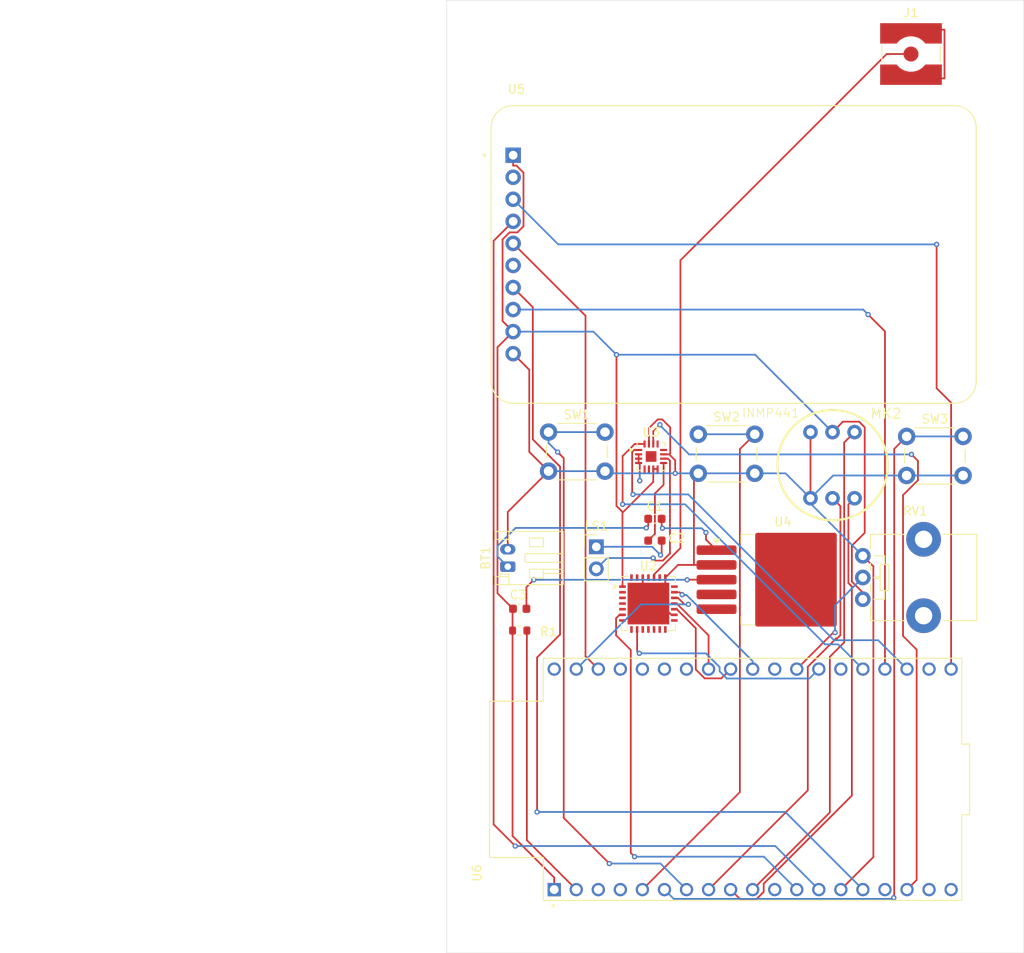
<source format=kicad_pcb>
(kicad_pcb (version 20241229) (generator "pcbnew") (generator_version "9.0")
  (layers (0 "F.Cu" signal) (2 "B.Cu" signal) (13 "F.Paste" user) (15 "B.Paste" user) (5 "F.SilkS" user "F.Silkscreen") (7 "B.SilkS" user "B.Silkscreen") (1 "F.Mask" user) (3 "B.Mask" user) (25 "Edge.Cuts" user))
  (net 0 "")
  (net 1 "GND")
  (net 2 "Net-(BT1-+)")
  (net 3 "Net-(U4-VI)")
  (net 4 "Net-(C2-Pad2)")
  (net 5 "Net-(U3-OUTP)")
  (net 6 "Net-(U4-VO)")
  (net 7 "+3V3")
  (net 8 "Net-(AE1-A)")
  (net 9 "Net-(U3-OUTN)")
  (net 10 "Net-(MK2-SD)")
  (net 11 "Net-(MK2-SCK)")
  (net 12 "Net-(MK2-WS)")
  (net 13 "Net-(U6-EN)")
  (net 14 "Net-(U6-IO16)")
  (net 15 "Net-(U6-IO32)")
  (net 16 "Net-(U6-IO34)")
  (net 17 "Net-(U6-IO35)")
  (net 18 "Net-(U2-MISO)")
  (net 19 "Net-(U2-NSS)")
  (net 20 "Net-(U2-SCK)")
  (net 21 "Net-(U2-~{RESET})")
  (net 22 "Net-(U2-DIO0)")
  (net 23 "Net-(U2-MOSI)")
  (net 24 "Net-(U3-DIN)")
  (net 25 "Net-(U3-BCLK)")
  (net 26 "Net-(U3-LRCLK)")
  (net 27 "Net-(U5-SCK)")
  (net 28 "Net-(U5-MOSI)")
  (net 30 "Net-(U5-TFT_CS)")
  (net 32 "Net-(U5-D{slash}C)")
  (net 33 "Net-(U5-RESET)")
  (net 65 "Net-(J1-In)")
  (footprint "Package_DFN_QFN:TQFN-16-1EP_3x3mm_P0.5mm_EP1.23x1.23mm" (layer "F.Cu") (at 130.31 92.31)
    (property "Reference" "U3" (at 0 -2.8 0) (layer "F.SilkS"))
    (property "Value" "MAX98357A")
    (pad "1" smd roundrect (at -1.4375 -0.75) (size 0.825 0.25) (layers "F.Cu" "F.Mask" "F.Paste") (net 24 "Net-(U3-DIN)"))
    (pad "2" smd roundrect (at -1.4375 -0.25) (size 0.825 0.25) (layers "F.Cu" "F.Mask" "F.Paste") (net 1 "GND"))
    (pad "3" smd roundrect (at -1.4375 0.25) (size 0.825 0.25) (layers "F.Cu" "F.Mask" "F.Paste") (net 1 "GND"))
    (pad "4" smd roundrect (at -1.4375 0.75) (size 0.825 0.25) (layers "F.Cu" "F.Mask" "F.Paste") (net 1 "GND"))
    (pad "5" smd roundrect (at -0.75 1.4375) (size 0.25 0.825) (layers "F.Cu" "F.Mask" "F.Paste"))
    (pad "6" smd roundrect (at -0.25 1.4375) (size 0.25 0.825) (layers "F.Cu" "F.Mask" "F.Paste"))
    (pad "7" smd roundrect (at 0.25 1.4375) (size 0.25 0.825) (layers "F.Cu" "F.Mask" "F.Paste") (net 7 "+3V3"))
    (pad "8" smd roundrect (at 0.75 1.4375) (size 0.25 0.825) (layers "F.Cu" "F.Mask" "F.Paste") (net 7 "+3V3"))
    (pad "9" smd roundrect (at 1.4375 0.75) (size 0.825 0.25) (layers "F.Cu" "F.Mask" "F.Paste") (net 5 "Net-(U3-OUTP)"))
    (pad "10" smd roundrect (at 1.4375 0.25) (size 0.825 0.25) (layers "F.Cu" "F.Mask" "F.Paste") (net 9 "Net-(U3-OUTN)"))
    (pad "11" smd roundrect (at 1.4375 -0.25) (size 0.825 0.25) (layers "F.Cu" "F.Mask" "F.Paste") (net 1 "GND"))
    (pad "12" smd roundrect (at 1.4375 -0.75) (size 0.825 0.25) (layers "F.Cu" "F.Mask" "F.Paste"))
    (pad "13" smd roundrect (at 0.75 -1.4375) (size 0.25 0.825) (layers "F.Cu" "F.Mask" "F.Paste"))
    (pad "14" smd roundrect (at 0.25 -1.4375) (size 0.25 0.825) (layers "F.Cu" "F.Mask" "F.Paste") (net 26 "Net-(U3-LRCLK)"))
    (pad "15" smd roundrect (at -0.25 -1.4375) (size 0.25 0.825) (layers "F.Cu" "F.Mask" "F.Paste") (net 1 "GND"))
    (pad "16" smd roundrect (at -0.75 -1.4375) (size 0.25 0.825) (layers "F.Cu" "F.Mask" "F.Paste") (net 25 "Net-(U3-BCLK)"))
    (pad "17" smd rect (at 0 0) (size 1.23 1.23) (property pad_prop_heatsink) (layers "F.Cu" "F.Mask"))
  )
  (footprint "Capacitor_SMD:C_0603_1608Metric" (layer "F.Cu") (at 115.175 109.85)
    (property "Reference" "C3" (at -0.175 -1.6 0) (layer "F.SilkS"))
    (property "Value" "100 nF")
    (pad "1" smd roundrect (at -0.775 0) (size 0.9 0.95) (layers "F.Cu" "F.Mask" "F.Paste") (net 7 "+3V3"))
    (pad "2" smd roundrect (at 0.775 0) (size 0.9 0.95) (layers "F.Cu" "F.Mask" "F.Paste") (net 6 "Net-(U4-VO)"))
  )
  (footprint "ESP32-DEVKITC:MODULE_ESP32-DEVKITC" (layer "F.Cu") (at 142 129.5 90)
    (property "Reference" "U6" (at -10.795 -31.75 90) (layer "F.SilkS"))
    (property "Value" "ESP32-DEVKITC V4")
    (pad "1" thru_hole rect (at -12.7 -22.85 90) (size 1.53 1.53) (drill 1.02) (layers "*.Cu" "*.Mask") (net 7 "+3V3"))
    (pad "2" thru_hole circle (at -12.7 -20.31 90) (size 1.53 1.53) (drill 1.02) (layers "*.Cu" "*.Mask") (net 13 "Net-(U6-EN)"))
    (pad "3" thru_hole circle (at -12.7 -17.77 90) (size 1.53 1.53) (drill 1.02) (layers "*.Cu" "*.Mask"))
    (pad "4" thru_hole circle (at -12.7 -15.23 90) (size 1.53 1.53) (drill 1.02) (layers "*.Cu" "*.Mask"))
    (pad "5" thru_hole circle (at -12.7 -12.69 90) (size 1.53 1.53) (drill 1.02) (layers "*.Cu" "*.Mask") (net 16 "Net-(U6-IO34)"))
    (pad "6" thru_hole circle (at -12.7 -10.15 90) (size 1.53 1.53) (drill 1.02) (layers "*.Cu" "*.Mask") (net 17 "Net-(U6-IO35)"))
    (pad "7" thru_hole circle (at -12.7 -7.61 90) (size 1.53 1.53) (drill 1.02) (layers "*.Cu" "*.Mask") (net 15 "Net-(U6-IO32)"))
    (pad "8" thru_hole circle (at -12.7 -5.07 90) (size 1.53 1.53) (drill 1.02) (layers "*.Cu" "*.Mask") (net 12 "Net-(MK2-WS)"))
    (pad "9" thru_hole circle (at -12.7 -2.53 90) (size 1.53 1.53) (drill 1.02) (layers "*.Cu" "*.Mask") (net 11 "Net-(MK2-SCK)"))
    (pad "10" thru_hole circle (at -12.7 0.01 90) (size 1.53 1.53) (drill 1.02) (layers "*.Cu" "*.Mask") (net 10 "Net-(MK2-SD)"))
    (pad "11" thru_hole circle (at -12.7 2.55 90) (size 1.53 1.53) (drill 1.02) (layers "*.Cu" "*.Mask"))
    (pad "12" thru_hole circle (at -12.7 5.09 90) (size 1.53 1.53) (drill 1.02) (layers "*.Cu" "*.Mask") (net 21 "Net-(U2-~{RESET})"))
    (pad "13" thru_hole circle (at -12.7 7.63 90) (size 1.53 1.53) (drill 1.02) (layers "*.Cu" "*.Mask") (net 28 "Net-(U5-MOSI)"))
    (pad "14" thru_hole circle (at -12.7 10.17 90) (size 1.53 1.53) (drill 1.02) (layers "*.Cu" "*.Mask") (net 1 "GND"))
    (pad "15" thru_hole circle (at -12.7 12.71 90) (size 1.53 1.53) (drill 1.02) (layers "*.Cu" "*.Mask") (net 32 "Net-(U5-D{slash}C)"))
    (pad "16" thru_hole circle (at -12.7 15.25 90) (size 1.53 1.53) (drill 1.02) (layers "*.Cu" "*.Mask"))
    (pad "17" thru_hole circle (at -12.7 17.79 90) (size 1.53 1.53) (drill 1.02) (layers "*.Cu" "*.Mask") (net 26 "Net-(U3-LRCLK)"))
    (pad "18" thru_hole circle (at -12.7 20.33 90) (size 1.53 1.53) (drill 1.02) (layers "*.Cu" "*.Mask"))
    (pad "19" thru_hole circle (at -12.7 22.87 90) (size 1.53 1.53) (drill 1.02) (layers "*.Cu" "*.Mask"))
    (pad "20" thru_hole circle (at 12.7 22.87 90) (size 1.53 1.53) (drill 1.02) (layers "*.Cu" "*.Mask") (net 27 "Net-(U5-SCK)"))
    (pad "21" thru_hole circle (at 12.7 20.33 90) (size 1.53 1.53) (drill 1.02) (layers "*.Cu" "*.Mask"))
    (pad "22" thru_hole circle (at 12.7 17.79 90) (size 1.53 1.53) (drill 1.02) (layers "*.Cu" "*.Mask") (net 24 "Net-(U3-DIN)"))
    (pad "23" thru_hole circle (at 12.7 15.25 90) (size 1.53 1.53) (drill 1.02) (layers "*.Cu" "*.Mask") (net 33 "Net-(U5-RESET)"))
    (pad "24" thru_hole circle (at 12.7 12.71 90) (size 1.53 1.53) (drill 1.02) (layers "*.Cu" "*.Mask") (net 25 "Net-(U3-BCLK)"))
    (pad "25" thru_hole circle (at 12.7 10.17 90) (size 1.53 1.53) (drill 1.02) (layers "*.Cu" "*.Mask"))
    (pad "26" thru_hole circle (at 12.7 7.63 90) (size 1.53 1.53) (drill 1.02) (layers "*.Cu" "*.Mask") (net 22 "Net-(U2-DIO0)"))
    (pad "27" thru_hole circle (at 12.7 5.09 90) (size 1.53 1.53) (drill 1.02) (layers "*.Cu" "*.Mask") (net 14 "Net-(U6-IO16)"))
    (pad "28" thru_hole circle (at 12.7 2.55 90) (size 1.53 1.53) (drill 1.02) (layers "*.Cu" "*.Mask"))
    (pad "29" thru_hole circle (at 12.7 0.01 90) (size 1.53 1.53) (drill 1.02) (layers "*.Cu" "*.Mask") (net 19 "Net-(U2-NSS)"))
    (pad "30" thru_hole circle (at 12.7 -2.53 90) (size 1.53 1.53) (drill 1.02) (layers "*.Cu" "*.Mask") (net 20 "Net-(U2-SCK)"))
    (pad "31" thru_hole circle (at 12.7 -5.07 90) (size 1.53 1.53) (drill 1.02) (layers "*.Cu" "*.Mask") (net 18 "Net-(U2-MISO)"))
    (pad "32" thru_hole circle (at 12.7 -7.61 90) (size 1.53 1.53) (drill 1.02) (layers "*.Cu" "*.Mask"))
    (pad "33" thru_hole circle (at 12.7 -10.15 90) (size 1.53 1.53) (drill 1.02) (layers "*.Cu" "*.Mask"))
    (pad "34" thru_hole circle (at 12.7 -12.69 90) (size 1.53 1.53) (drill 1.02) (layers "*.Cu" "*.Mask"))
    (pad "35" thru_hole circle (at 12.7 -15.23 90) (size 1.53 1.53) (drill 1.02) (layers "*.Cu" "*.Mask"))
    (pad "36" thru_hole circle (at 12.7 -17.77 90) (size 1.53 1.53) (drill 1.02) (layers "*.Cu" "*.Mask") (net 30 "Net-(U5-TFT_CS)"))
    (pad "37" thru_hole circle (at 12.7 -20.31 90) (size 1.53 1.53) (drill 1.02) (layers "*.Cu" "*.Mask") (net 23 "Net-(U2-MOSI)"))
    (pad "38" thru_hole circle (at 12.7 -22.85 90) (size 1.53 1.53) (drill 1.02) (layers "*.Cu" "*.Mask"))
  )
  (footprint "358:MODULE_358" (layer "F.Cu") (at 139.82 69.035)
    (property "Reference" "U5" (at -25.015 -19.03 0) (layer "F.SilkS"))
    (property "Value" "Industrial Monitor, Color LCD TFT, 1.8 in, 128 x 160, Panel Mount | Adafruit Industries 358")
    (pad "" np_thru_hole circle (at -25.4 -14.605) (size 2.2 2.2) (drill 2.2) (layers "*.Cu" "*.Mask"))
    (pad "" np_thru_hole circle (at -25.4 14.605) (size 2.2 2.2) (drill 2.2) (layers "*.Cu" "*.Mask"))
    (pad "" np_thru_hole circle (at 25.4 -14.605) (size 2.2 2.2) (drill 2.2) (layers "*.Cu" "*.Mask"))
    (pad "" np_thru_hole circle (at 25.4 14.605) (size 2.2 2.2) (drill 2.2) (layers "*.Cu" "*.Mask"))
    (pad "1" thru_hole rect (at -25.4 -11.43) (size 1.778 1.778) (drill 1.016) (layers "*.Cu" "*.Mask") (net 7 "+3V3"))
    (pad "2" thru_hole circle (at -25.4 -8.89) (size 1.778 1.778) (drill 1.016) (layers "*.Cu" "*.Mask"))
    (pad "3" thru_hole circle (at -25.4 -6.35) (size 1.778 1.778) (drill 1.016) (layers "*.Cu" "*.Mask") (net 27 "Net-(U5-SCK)"))
    (pad "4" thru_hole circle (at -25.4 -3.81) (size 1.778 1.778) (drill 1.016) (layers "*.Cu" "*.Mask") (net 28 "Net-(U5-MOSI)"))
    (pad "5" thru_hole circle (at -25.4 -1.27) (size 1.778 1.778) (drill 1.016) (layers "*.Cu" "*.Mask") (net 30 "Net-(U5-TFT_CS)"))
    (pad "6" thru_hole circle (at -25.4 1.27) (size 1.778 1.778) (drill 1.016) (layers "*.Cu" "*.Mask"))
    (pad "7" thru_hole circle (at -25.4 3.81) (size 1.778 1.778) (drill 1.016) (layers "*.Cu" "*.Mask") (net 32 "Net-(U5-D{slash}C)"))
    (pad "8" thru_hole circle (at -25.4 6.35) (size 1.778 1.778) (drill 1.016) (layers "*.Cu" "*.Mask") (net 33 "Net-(U5-RESET)"))
    (pad "9" thru_hole circle (at -25.4 8.89) (size 1.778 1.778) (drill 1.016) (layers "*.Cu" "*.Mask") (net 7 "+3V3"))
    (pad "10" thru_hole circle (at -25.4 11.43) (size 1.778 1.778) (drill 1.016) (layers "*.Cu" "*.Mask") (net 1 "GND"))
  )
  (footprint "Connector_JST:JST_PH_S2B-PH-K_1x02_P2.00mm_Horizontal" (layer "F.Cu") (at 113.8 105 90)
    (property "Reference" "BT1" (at 1 -2.55 90) (layer "F.SilkS"))
    (property "Value" "LiPo 3.7V 2000mAh (Adafruit #2011)")
    (pad "1" thru_hole roundrect (at 0 0 90) (size 1.2 1.75) (drill 0.75) (layers "*.Cu" "*.Mask") (roundrect_rratio 0.208333) (net 2 "Net-(BT1-+)"))
    (pad "2" thru_hole oval (at 2 0 90) (size 1.2 1.75) (drill 0.75) (layers "*.Cu" "*.Mask") (net 1 "GND"))
  )
  (footprint "Button_Switch_THT:SW_PUSH_6mm" (layer "F.Cu") (at 159.75 90)
    (property "Reference" "SW3" (at 3.25 -2 0) (layer "F.SilkS"))
    (property "Value" "SW_Push")
    (pad "1" thru_hole circle (at 0 0 90) (size 2 2) (drill 1.1) (layers "*.Cu" "*.Mask") (net 17 "Net-(U6-IO35)"))
    (pad "1" thru_hole circle (at 6.5 0 90) (size 2 2) (drill 1.1) (layers "*.Cu" "*.Mask") (net 17 "Net-(U6-IO35)"))
    (pad "2" thru_hole circle (at 0 4.5 90) (size 2 2) (drill 1.1) (layers "*.Cu" "*.Mask") (net 1 "GND"))
    (pad "2" thru_hole circle (at 6.5 4.5 90) (size 2 2) (drill 1.1) (layers "*.Cu" "*.Mask") (net 1 "GND"))
  )
  (footprint "Package_DFN_QFN:QFN-28-1EP_6x6mm_P0.65mm_EP4.8x4.8mm" (layer "F.Cu") (at 130 109.25)
    (property "Reference" "U2" (at 0 -4.33 0) (layer "F.SilkS"))
    (property "Value" "SX1272")
    (pad "1" smd roundrect (at -2.9875 -1.95) (size 0.775 0.3) (layers "F.Cu" "F.Mask" "F.Paste") (net 7 "+3V3"))
    (pad "2" smd roundrect (at -2.9875 -1.3) (size 0.775 0.3) (layers "F.Cu" "F.Mask" "F.Paste"))
    (pad "3" smd roundrect (at -2.9875 -0.65) (size 0.775 0.3) (layers "F.Cu" "F.Mask" "F.Paste"))
    (pad "4" smd roundrect (at -2.9875 0) (size 0.775 0.3) (layers "F.Cu" "F.Mask" "F.Paste"))
    (pad "5" smd roundrect (at -2.9875 0.65) (size 0.775 0.3) (layers "F.Cu" "F.Mask" "F.Paste"))
    (pad "6" smd roundrect (at -2.9875 1.3) (size 0.775 0.3) (layers "F.Cu" "F.Mask" "F.Paste") (net 21 "Net-(U2-~{RESET})"))
    (pad "7" smd roundrect (at -2.9875 1.95) (size 0.775 0.3) (layers "F.Cu" "F.Mask" "F.Paste"))
    (pad "8" smd roundrect (at -1.95 2.9875) (size 0.3 0.775) (layers "F.Cu" "F.Mask" "F.Paste"))
    (pad "9" smd roundrect (at -1.3 2.9875) (size 0.3 0.775) (layers "F.Cu" "F.Mask" "F.Paste") (net 22 "Net-(U2-DIO0)"))
    (pad "10" smd roundrect (at -0.65 2.9875) (size 0.3 0.775) (layers "F.Cu" "F.Mask" "F.Paste"))
    (pad "11" smd roundrect (at 0 2.9875) (size 0.3 0.775) (layers "F.Cu" "F.Mask" "F.Paste"))
    (pad "12" smd roundrect (at 0.65 2.9875) (size 0.3 0.775) (layers "F.Cu" "F.Mask" "F.Paste"))
    (pad "13" smd roundrect (at 1.3 2.9875) (size 0.3 0.775) (layers "F.Cu" "F.Mask" "F.Paste"))
    (pad "14" smd roundrect (at 1.95 2.9875) (size 0.3 0.775) (layers "F.Cu" "F.Mask" "F.Paste"))
    (pad "15" smd roundrect (at 2.9875 1.95) (size 0.775 0.3) (layers "F.Cu" "F.Mask" "F.Paste"))
    (pad "16" smd roundrect (at 2.9875 1.3) (size 0.775 0.3) (layers "F.Cu" "F.Mask" "F.Paste") (net 1 "GND"))
    (pad "17" smd roundrect (at 2.9875 0.65) (size 0.775 0.3) (layers "F.Cu" "F.Mask" "F.Paste") (net 20 "Net-(U2-SCK)"))
    (pad "18" smd roundrect (at 2.9875 0) (size 0.775 0.3) (layers "F.Cu" "F.Mask" "F.Paste") (net 18 "Net-(U2-MISO)"))
    (pad "19" smd roundrect (at 2.9875 -0.65) (size 0.775 0.3) (layers "F.Cu" "F.Mask" "F.Paste") (net 23 "Net-(U2-MOSI)"))
    (pad "20" smd roundrect (at 2.9875 -1.3) (size 0.775 0.3) (layers "F.Cu" "F.Mask" "F.Paste") (net 19 "Net-(U2-NSS)"))
    (pad "21" smd roundrect (at 2.9875 -1.95) (size 0.775 0.3) (layers "F.Cu" "F.Mask" "F.Paste"))
    (pad "22" smd roundrect (at 1.95 -2.9875) (size 0.3 0.775) (layers "F.Cu" "F.Mask" "F.Paste") (net 1 "GND"))
    (pad "23" smd roundrect (at 1.3 -2.9875) (size 0.3 0.775) (layers "F.Cu" "F.Mask" "F.Paste"))
    (pad "24" smd roundrect (at 0.65 -2.9875) (size 0.3 0.775) (layers "F.Cu" "F.Mask" "F.Paste") (net 65 "Net-(J1-In)"))
    (pad "25" smd roundrect (at 0 -2.9875) (size 0.3 0.775) (layers "F.Cu" "F.Mask" "F.Paste"))
    (pad "26" smd roundrect (at -0.65 -2.9875) (size 0.3 0.775) (layers "F.Cu" "F.Mask" "F.Paste") (net 1 "GND"))
    (pad "27" smd roundrect (at -1.3 -2.9875) (size 0.3 0.775) (layers "F.Cu" "F.Mask" "F.Paste"))
    (pad "28" smd roundrect (at -1.95 -2.9875) (size 0.3 0.775) (layers "F.Cu" "F.Mask" "F.Paste"))
    (pad "29" smd rect (at 0 0) (size 4.8 4.8) (property pad_prop_heatsink) (layers "F.Cu" "F.Mask") (net 1 "GND"))
  )
  (footprint "PCM_Potentiometer_THT_AKL:Potentiometer_Bourns_PTV09A-1_Single_Vertical" (layer "F.Cu") (at 154.7 108.75)
    (property "Reference" "RV1" (at 6.05 -10.15 0) (layer "F.SilkS"))
    (property "Value" "R_Potentiometer" (hide yes))
    (pad "" np_thru_hole circle (at 7 -6.9) (size 4 4) (drill 2) (layers "*.Cu" "*.Mask"))
    (pad "" np_thru_hole circle (at 7 1.9) (size 4 4) (drill 2) (layers "*.Cu" "*.Mask"))
    (pad "1" thru_hole circle (at 0 0) (size 1.8 1.8) (drill 1) (layers "*.Cu" "*.Mask") (net 7 "+3V3"))
    (pad "2" thru_hole circle (at 0 -2.5) (size 1.8 1.8) (drill 1) (layers "*.Cu" "*.Mask") (net 14 "Net-(U6-IO16)"))
    (pad "3" thru_hole circle (at 0 -5) (size 1.8 1.8) (drill 1) (layers "*.Cu" "*.Mask") (net 1 "GND"))
  )
  (footprint "Capacitor_SMD:C_0603_1608Metric" (layer "F.Cu") (at 130.75 99.49)
    (property "Reference" "C1" (at 0 -1.43 0) (layer "F.SilkS"))
    (property "Value" "10 µF")
    (pad "1" smd roundrect (at -0.775 0) (size 0.9 0.95) (layers "F.Cu" "F.Mask" "F.Paste") (net 2 "Net-(BT1-+)"))
    (pad "2" smd roundrect (at 0.775 0) (size 0.9 0.95) (layers "F.Cu" "F.Mask" "F.Paste") (net 3 "Net-(U4-VI)"))
  )
  (footprint "Capacitor_SMD:C_0603_1608Metric" (layer "F.Cu") (at 130.75 102)
    (property "Reference" "C2" (at 2.5 -0.25 0) (layer "F.SilkS"))
    (property "Value" "100 nF")
    (pad "1" smd roundrect (at -0.775 0) (size 0.9 0.95) (layers "F.Cu" "F.Mask" "F.Paste") (net 5 "Net-(U3-OUTP)"))
    (pad "2" smd roundrect (at 0.775 0) (size 0.9 0.95) (layers "F.Cu" "F.Mask" "F.Paste") (net 4 "Net-(C2-Pad2)"))
  )
  (footprint "Resistor_SMD:R_0603_1608Metric" (layer "F.Cu") (at 115.175 112.36)
    (property "Reference" "R1" (at 3.325 0.14 0) (layer "F.SilkS"))
    (property "Value" "10 kΩ")
    (pad "1" smd roundrect (at -0.825 0) (size 0.8 0.95) (layers "F.Cu" "F.Mask" "F.Paste") (net 7 "+3V3"))
    (pad "2" smd roundrect (at 0.825 0) (size 0.8 0.95) (layers "F.Cu" "F.Mask" "F.Paste") (net 13 "Net-(U6-EN)"))
  )
  (footprint "Connector_Coaxial:SMA_Amphenol_132134-10_Vertical" (layer "F.Cu") (at 160.25 45.95)
    (property "Reference" "J1" (at 0 -4.75 0) (layer "F.SilkS"))
    (property "Value" "Conn_Coaxial")
    (pad "1" smd circle (at 0 0 90) (size 1.73 1.73) (layers "F.Cu" "F.Mask" "F.Paste") (net 65 "Net-(J1-In)"))
    (pad "2" smd custom (at 0 -2.8 180) (size 7.11 1.51) (layers "F.Cu" "F.Mask" "F.Paste") (net 8 "Net-(AE1-A)") (options (clearance outline) (anchor rect)) (primitives (gr_poly (pts (xy -1.5 -1.42) (xy -1.36 -1.28) (xy -1.205 -1.155) (xy -1.035 -1.045) (xy -0.86 -0.95) (xy -0.675 -0.875) (xy -0.48 -0.82) (xy -0.28 -0.78) (xy -0.085 -0.765) (xy 0 -0.765) (xy 0 0.755) (xy -3.555 0.755) (xy -3.555 -1.595) (xy -1.645 -1.595)) (width 0) (fill yes)) (gr_poly (pts (xy 3.555 0.755) (xy 0 0.755) (xy 0 -0.765) (xy 0.085 -0.765) (xy 0.28 -0.78) (xy 0.48 -0.82) (xy 0.675 -0.875) (xy 0.86 -0.95) (xy 1.035 -1.045) (xy 1.205 -1.155) (xy 1.36 -1.28) (xy 1.5 -1.42) (xy 1.645 -1.595) (xy 3.555 -1.595)) (width 0) (fill yes))))
    (pad "2" smd custom (at 0 2.8) (size 7.11 1.51) (layers "F.Cu" "F.Mask" "F.Paste") (net 8 "Net-(AE1-A)") (options (clearance outline) (anchor rect)) (primitives (gr_poly (pts (xy -1.5 -1.42) (xy -1.36 -1.28) (xy -1.205 -1.155) (xy -1.035 -1.045) (xy -0.86 -0.95) (xy -0.675 -0.875) (xy -0.48 -0.82) (xy -0.28 -0.78) (xy -0.085 -0.765) (xy 0 -0.765) (xy 0 0.755) (xy -3.555 0.755) (xy -3.555 -1.595) (xy -1.645 -1.595)) (width 0) (fill yes)) (gr_poly (pts (xy 3.555 0.755) (xy 0 0.755) (xy 0 -0.765) (xy 0.085 -0.765) (xy 0.28 -0.78) (xy 0.48 -0.82) (xy 0.675 -0.875) (xy 0.86 -0.95) (xy 1.035 -1.045) (xy 1.205 -1.155) (xy 1.36 -1.28) (xy 1.5 -1.42) (xy 1.645 -1.595) (xy 3.555 -1.595)) (width 0) (fill yes))))
  )
  (footprint "Connector_PinHeader_2.54mm:PinHeader_1x02_P2.54mm_Vertical" (layer "F.Cu") (at 124 102.71)
    (property "Reference" "LS1" (at 0 -2.38 0) (layer "F.SilkS"))
    (property "Value" "8Ω 0.5W speaker")
    (pad "1" thru_hole rect (at 0 0) (size 1.7 1.7) (drill 1) (layers "*.Cu" "*.Mask") (net 4 "Net-(C2-Pad2)"))
    (pad "2" thru_hole circle (at 0 2.54) (size 1.7 1.7) (drill 1) (layers "*.Cu" "*.Mask") (net 9 "Net-(U3-OUTN)"))
  )
  (footprint "Package_TO_SOT_SMD:TO-263-5_TabPin6" (layer "F.Cu") (at 145.5 106.5)
    (property "Reference" "U4" (at 0 -6.65 0) (layer "F.SilkS"))
    (property "Value" "MCP1826S")
    (pad "1" smd roundrect (at -7.65 -3.4) (size 4.6 1.1) (layers "F.Cu" "F.Mask" "F.Paste") (roundrect_rratio 0.227273) (net 3 "Net-(U4-VI)"))
    (pad "2" smd roundrect (at -7.65 -1.7) (size 4.6 1.1) (layers "F.Cu" "F.Mask" "F.Paste") (roundrect_rratio 0.227273) (net 1 "GND"))
    (pad "3" smd roundrect (at -7.65 0) (size 4.6 1.1) (layers "F.Cu" "F.Mask" "F.Paste") (roundrect_rratio 0.227273) (net 6 "Net-(U4-VO)"))
    (pad "4" smd roundrect (at -7.65 1.7) (size 4.6 1.1) (layers "F.Cu" "F.Mask" "F.Paste") (roundrect_rratio 0.227273))
    (pad "5" smd roundrect (at -7.65 3.4) (size 4.6 1.1) (layers "F.Cu" "F.Mask" "F.Paste") (roundrect_rratio 0.227273))
    (pad "6" smd roundrect (at 1.5 0) (size 9.4 10.8) (layers "F.Cu" "F.Mask") (roundrect_rratio 0.026596))
  )
  (footprint "Button_Switch_THT:SW_PUSH_6mm" (layer "F.Cu") (at 118.5 89.5)
    (property "Reference" "SW1" (at 3.25 -2 0) (layer "F.SilkS"))
    (property "Value" "SW_Push")
    (pad "1" thru_hole circle (at 0 0 90) (size 2 2) (drill 1.1) (layers "*.Cu" "*.Mask") (net 15 "Net-(U6-IO32)"))
    (pad "1" thru_hole circle (at 6.5 0 90) (size 2 2) (drill 1.1) (layers "*.Cu" "*.Mask") (net 15 "Net-(U6-IO32)"))
    (pad "2" thru_hole circle (at 0 4.5 90) (size 2 2) (drill 1.1) (layers "*.Cu" "*.Mask") (net 1 "GND"))
    (pad "2" thru_hole circle (at 6.5 4.5 90) (size 2 2) (drill 1.1) (layers "*.Cu" "*.Mask") (net 1 "GND"))
  )
  (footprint "Library:INMP441" (layer "F.Cu") (at 151.21 93.31)
    (property "Reference" "MK2" (at 4.29 -5.94 0) (layer "F.SilkS") (effects (font (size 1.143 1.143) (thickness 0.152)) (justify left)))
    (property "Value" "INMP441" (at -10.5 -6 180) (layer "F.SilkS") (effects (font (size 1.016 1.016) (thickness 0.102)) (justify left)))
    (pad "1" thru_hole circle (at -2.54 3.81) (size 1.676 1.676) (drill 0.914) (layers "*.Cu" "*.Paste" "*.Mask") (net 1 "GND"))
    (pad "2" thru_hole circle (at 0 3.81) (size 1.676 1.676) (drill 0.914) (layers "*.Cu" "*.Paste" "*.Mask") (net 12 "Net-(MK2-WS)"))
    (pad "3" thru_hole circle (at 2.54 3.81) (size 1.676 1.676) (drill 0.914) (layers "*.Cu" "*.Paste" "*.Mask") (net 11 "Net-(MK2-SCK)"))
    (pad "4" thru_hole circle (at -2.54 -3.81) (size 1.676 1.676) (drill 0.914) (layers "*.Cu" "*.Paste" "*.Mask") (net 1 "GND"))
    (pad "5" thru_hole circle (at 0 -3.81) (size 1.676 1.676) (drill 0.914) (layers "*.Cu" "*.Paste" "*.Mask") (net 7 "+3V3"))
    (pad "6" thru_hole circle (at 2.54 -3.81) (size 1.676 1.676) (drill 0.914) (layers "*.Cu" "*.Paste" "*.Mask") (net 10 "Net-(MK2-SD)"))
  )
  (footprint "Button_Switch_THT:SW_PUSH_6mm" (layer "F.Cu") (at 135.75 89.75)
    (property "Reference" "SW2" (at 3.25 -2 0) (layer "F.SilkS"))
    (property "Value" "SW_Push")
    (pad "1" thru_hole circle (at 0 0 90) (size 2 2) (drill 1.1) (layers "*.Cu" "*.Mask") (net 16 "Net-(U6-IO34)"))
    (pad "1" thru_hole circle (at 6.5 0 90) (size 2 2) (drill 1.1) (layers "*.Cu" "*.Mask") (net 16 "Net-(U6-IO34)"))
    (pad "2" thru_hole circle (at 0 4.5 90) (size 2 2) (drill 1.1) (layers "*.Cu" "*.Mask") (net 1 "GND"))
    (pad "2" thru_hole circle (at 6.5 4.5 90) (size 2 2) (drill 1.1) (layers "*.Cu" "*.Mask") (net 1 "GND"))
  )
  (gr_rect (start 106.75 39.75) (end 173.25 149.5) (stroke (width 0.05)) (fill no) (layer "Edge.Cuts"))
  (segment (start 132.8533 110.55) (end 132.644 110.55) (width 0.2) (layer "F.Cu") (net 1))
  (segment (start 132.988 110.55) (end 132.9875 110.55) (width 0.2) (layer "F.Cu") (net 1))
  (segment (start 132.514 88.959) (end 132.514 91.9388) (width 0.2) (layer "F.Cu") (net 1))
  (segment (start 131.7475 92.06) (end 131.748 92.06) (width 0.2) (layer "F.Cu") (net 1))
  (segment (start 128.872 93.0346) (end 128.872 93.06) (width 0.2) (layer "F.Cu") (net 1))
  (segment (start 155.916 138.454) (end 155.916 104.966) (width 0.2) (layer "F.Cu") (net 1))
  (segment (start 135.245 94.7551) (end 135.75 94.25) (width 0.2) (layer "F.Cu") (net 1))
  (segment (start 128.8725 93.06) (end 128.8725 93.0351) (width 0.2) (layer "F.Cu") (net 1))
  (segment (start 135.245 104.8) (end 135.245 94.7551) (width 0.2) (layer "F.Cu") (net 1))
  (segment (start 135.245 104.8) (end 133.412 104.8) (width 0.2) (layer "F.Cu") (net 1))
  (segment (start 133.088 92.7545) (end 132.393 92.06) (width 0.2) (layer "F.Cu") (net 1))
  (segment (start 128.872 92.06) (end 128.872 92.56) (width 0.2) (layer "F.Cu") (net 1))
  (segment (start 128.8725 92.06) (end 128.872 92.06) (width 0.2) (layer "F.Cu") (net 1))
  (segment (start 128.8725 93.0351) (end 128.872 93.0346) (width 0.2) (layer "F.Cu") (net 1))
  (segment (start 130.06 90.8725) (end 130.06 89.0504) (width 0.2) (layer "F.Cu") (net 1))
  (segment (start 132.393 92.06) (end 131.748 92.06) (width 0.2) (layer "F.Cu") (net 1))
  (segment (start 152.17 142.2) (end 155.916 138.454) (width 0.2) (layer "F.Cu") (net 1))
  (segment (start 155.916 104.966) (end 154.7 103.75) (width 0.2) (layer "F.Cu") (net 1))
  (segment (start 130 109.25) (end 129.35 108.6) (width 0.2) (layer "F.Cu") (net 1))
  (segment (start 116.277 91.7768) (end 118.5 94) (width 0.2) (layer "F.Cu") (net 1))
  (segment (start 132.514 91.9388) (end 132.393 92.06) (width 0.2) (layer "F.Cu") (net 1))
  (segment (start 131.069 88.0417) (end 131.597 88.0417) (width 0.2) (layer "F.Cu") (net 1))
  (segment (start 114.42 80.465) (end 116.277 82.3218) (width 0.2) (layer "F.Cu") (net 1))
  (segment (start 148.67 97.12) (end 148.67 89.5) (width 0.2) (layer "F.Cu") (net 1))
  (segment (start 131.95 109.25) (end 131.95 106.262) (width 0.2) (layer "F.Cu") (net 1))
  (segment (start 113.8 98.7) (end 118.5 94) (width 0.2) (layer "F.Cu") (net 1))
  (segment (start 132.644 110.55) (end 131.95 109.856) (width 0.2) (layer "F.Cu") (net 1))
  (segment (start 113.8 103) (end 113.8 98.7) (width 0.2) (layer "F.Cu") (net 1))
  (segment (start 130 109.25) (end 131.95 109.25) (width 0.2) (layer "F.Cu") (net 1))
  (segment (start 133.088 94.25) (end 133.088 92.7545) (width 0.2) (layer "F.Cu") (net 1))
  (segment (start 131.95 109.856) (end 131.95 109.25) (width 0.2) (layer "F.Cu") (net 1))
  (segment (start 129.002 93.1893) (end 128.872 93.06) (width 0.2) (layer "F.Cu") (net 1))
  (segment (start 133.412 104.8) (end 131.95 106.262) (width 0.2) (layer "F.Cu") (net 1))
  (segment (start 116.277 82.3218) (end 116.277 91.7768) (width 0.2) (layer "F.Cu") (net 1))
  (segment (start 129.002 95.0968) (end 129.002 93.1893) (width 0.2) (layer "F.Cu") (net 1))
  (segment (start 129.35 108.6) (end 129.35 106.262) (width 0.2) (layer "F.Cu") (net 1))
  (segment (start 128.872 92.56) (end 128.872 93.0346) (width 0.2) (layer "F.Cu") (net 1))
  (segment (start 131.597 88.0417) (end 132.514 88.959) (width 0.2) (layer "F.Cu") (net 1))
  (segment (start 132.9875 110.55) (end 132.8533 110.55) (width 0.2) (layer "F.Cu") (net 1))
  (segment (start 130.06 89.0504) (end 131.069 88.0417) (width 0.2) (layer "F.Cu") (net 1))
  (segment (start 128.8725 92.56) (end 128.872 92.56) (width 0.2) (layer "F.Cu") (net 1))
  (segment (start 137.85 104.8) (end 135.245 104.8) (width 0.2) (layer "F.Cu") (net 1))
  (via (at 133.088 94.25) (size 0.6) (drill 0.3) (layers "F.Cu" "B.Cu") (net 1))
  (via (at 129.002 95.0968) (size 0.6) (drill 0.3) (layers "F.Cu" "B.Cu") (net 1))
  (segment (start 142.25 94.25) (end 145.8 94.25) (width 0.2) (layer "B.Cu") (net 1))
  (segment (start 133.088 94.25) (end 129.002 94.25) (width 0.2) (layer "B.Cu") (net 1))
  (segment (start 129.002 94.25) (end 129.002 95.0968) (width 0.2) (layer "B.Cu") (net 1))
  (segment (start 166.25 94.5) (end 159.75 94.5) (width 0.2) (layer "B.Cu") (net 1))
  (segment (start 148.67 97.72) (end 148.67 97.12) (width 0.2) (layer "B.Cu") (net 1))
  (segment (start 151.29 94.5) (end 159.75 94.5) (width 0.2) (layer "B.Cu") (net 1))
  (segment (start 145.8 94.25) (end 148.67 97.12) (width 0.2) (layer "B.Cu") (net 1))
  (segment (start 125 94) (end 118.5 94) (width 0.2) (layer "B.Cu") (net 1))
  (segment (start 129.002 94.25) (end 125.25 94.25) (width 0.2) (layer "B.Cu") (net 1))
  (segment (start 154.7 103.75) (end 148.67 97.72) (width 0.2) (layer "B.Cu") (net 1))
  (segment (start 142.25 94.25) (end 133.088 94.25) (width 0.2) (layer "B.Cu") (net 1))
  (segment (start 125.25 94.25) (end 125 94) (width 0.2) (layer "B.Cu") (net 1))
  (segment (start 148.67 97.12) (end 151.29 94.5) (width 0.2) (layer "B.Cu") (net 1))
  (segment (start 129.975 100.319) (end 129.975 99.49) (width 0.2) (layer "F.Cu") (net 2))
  (segment (start 129.753 100.541) (end 129.975 100.319) (width 0.2) (layer "F.Cu") (net 2))
  (via (at 129.753 100.541) (size 0.6) (drill 0.3) (layers "F.Cu" "B.Cu") (net 2))
  (segment (start 112.62 103.82) (end 112.62 102.622) (width 0.2) (layer "B.Cu") (net 2))
  (segment (start 114.701 100.541) (end 129.753 100.541) (width 0.2) (layer "B.Cu") (net 2))
  (segment (start 112.62 102.622) (end 114.701 100.541) (width 0.2) (layer "B.Cu") (net 2))
  (segment (start 113.8 105) (end 112.62 103.82) (width 0.2) (layer "B.Cu") (net 2))
  (segment (start 131.525 100.482) (end 131.525 99.49) (width 0.2) (layer "F.Cu") (net 3))
  (segment (start 131.617 100.575) (end 131.525 100.482) (width 0.2) (layer "F.Cu") (net 3))
  (segment (start 136.631 101.881) (end 136.631 101.072) (width 0.2) (layer "F.Cu") (net 3))
  (segment (start 137.85 103.1) (end 136.631 101.881) (width 0.2) (layer "F.Cu") (net 3))
  (via (at 131.617 100.575) (size 0.6) (drill 0.3) (layers "F.Cu" "B.Cu") (net 3))
  (via (at 136.631 101.072) (size 0.6) (drill 0.3) (layers "F.Cu" "B.Cu") (net 3))
  (segment (start 136.134 100.575) (end 131.617 100.575) (width 0.2) (layer "B.Cu") (net 3))
  (segment (start 136.631 101.072) (end 136.134 100.575) (width 0.2) (layer "B.Cu") (net 3))
  (segment (start 131.395 103.665) (end 131.525 103.535) (width 0.2) (layer "F.Cu") (net 4))
  (segment (start 131.525 103.535) (end 131.525 102) (width 0.2) (layer "F.Cu") (net 4))
  (via (at 131.395 103.665) (size 0.6) (drill 0.3) (layers "F.Cu" "B.Cu") (net 4))
  (segment (start 130.441 102.71) (end 131.395 103.665) (width 0.2) (layer "B.Cu") (net 4))
  (segment (start 124 102.71) (end 130.441 102.71) (width 0.2) (layer "B.Cu") (net 4))
  (segment (start 131.748 95.5739) (end 131.748 93.06) (width 0.2) (layer "F.Cu") (net 5))
  (segment (start 130.75 96.5714) (end 131.748 95.5739) (width 0.2) (layer "F.Cu") (net 5))
  (segment (start 131.7475 93.06) (end 131.748 93.06) (width 0.2) (layer "F.Cu") (net 5))
  (segment (start 129.975 102) (end 130.75 101.225) (width 0.2) (layer "F.Cu") (net 5))
  (segment (start 130.75 101.225) (end 130.75 96.5714) (width 0.2) (layer "F.Cu") (net 5))
  (segment (start 137.85 106.5) (end 134.472 106.5) (width 0.2) (layer "F.Cu") (net 6))
  (segment (start 116.8 106.51) (end 115.95 107.36) (width 0.2) (layer "F.Cu") (net 6))
  (segment (start 134.472 106.5) (end 134.462 106.51) (width 0.2) (layer "F.Cu") (net 6))
  (segment (start 115.95 107.36) (end 115.95 109.85) (width 0.2) (layer "F.Cu") (net 6))
  (via (at 134.462 106.51) (size 0.6) (drill 0.3) (layers "F.Cu" "B.Cu") (net 6))
  (via (at 116.8 106.51) (size 0.6) (drill 0.3) (layers "F.Cu" "B.Cu") (net 6))
  (segment (start 134.462 106.51) (end 116.8 106.51) (width 0.2) (layer "B.Cu") (net 6))
  (segment (start 154.916 101.107) (end 153.44 102.583) (width 0.2) (layer "F.Cu") (net 7))
  (segment (start 113.2 67.3006) (end 114.006 66.495) (width 0.2) (layer "F.Cu") (net 7))
  (segment (start 126.321 80.5856) (end 126.321 98.0022) (width 0.2) (layer "F.Cu") (net 7))
  (segment (start 114.908 66.495) (end 115.611 65.7921) (width 0.2) (layer "F.Cu") (net 7))
  (segment (start 114.006 66.495) (end 114.908 66.495) (width 0.2) (layer "F.Cu") (net 7))
  (segment (start 119.15 142.2) (end 119.15 141.133) (width 0.2) (layer "F.Cu") (net 7))
  (segment (start 127.012 98.7845) (end 127.012 106.9549) (width 0.2) (layer "F.Cu") (net 7))
  (segment (start 114.792 58.7957) (end 114.42 58.7957) (width 0.2) (layer "F.Cu") (net 7))
  (segment (start 153.44 102.583) (end 153.44 106.727) (width 0.2) (layer "F.Cu") (net 7))
  (segment (start 114.35 109.9) (end 114.4 109.85) (width 0.2) (layer "F.Cu") (net 7))
  (segment (start 151.21 89.5) (end 152.411 88.2993) (width 0.2) (layer "F.Cu") (net 7))
  (segment (start 154.27 88.2993) (end 154.916 88.9449) (width 0.2) (layer "F.Cu") (net 7))
  (segment (start 114.35 136.018) (end 114.35 112.36) (width 0.2) (layer "F.Cu") (net 7))
  (segment (start 112.617 79.7278) (end 114.42 77.925) (width 0.2) (layer "F.Cu") (net 7))
  (segment (start 126.321 98.0022) (end 127.058 98.7393) (width 0.2) (layer "F.Cu") (net 7))
  (segment (start 130.56 93.7475) (end 130.56 95.237) (width 0.2) (layer "F.Cu") (net 7))
  (segment (start 114.4 109.85) (end 112.617 108.067) (width 0.2) (layer "F.Cu") (net 7))
  (segment (start 113.2 76.7055) (end 113.2 67.3006) (width 0.2) (layer "F.Cu") (net 7))
  (segment (start 119.15 141.133) (end 119.15 140.818) (width 0.2) (layer "F.Cu") (net 7))
  (segment (start 119.15 140.818) (end 114.35 136.018) (width 0.2) (layer "F.Cu") (net 7))
  (segment (start 115.611 59.6142) (end 114.792 58.7957) (width 0.2) (layer "F.Cu") (net 7))
  (segment (start 154.916 88.9449) (end 154.916 101.107) (width 0.2) (layer "F.Cu") (net 7))
  (segment (start 114.42 57.605) (end 114.42 58.7957) (width 0.2) (layer "F.Cu") (net 7))
  (segment (start 114.35 112.36) (end 114.35 109.9) (width 0.2) (layer "F.Cu") (net 7))
  (segment (start 112.617 108.067) (end 112.617 79.7278) (width 0.2) (layer "F.Cu") (net 7))
  (segment (start 154.7 107.987) (end 154.7 108.75) (width 0.2) (layer "F.Cu") (net 7))
  (segment (start 127.0125 106.9554) (end 127.012 106.9549) (width 0.2) (layer "F.Cu") (net 7))
  (segment (start 115.611 65.7921) (end 115.611 59.6142) (width 0.2) (layer "F.Cu") (net 7))
  (segment (start 127.0125 107.3) (end 127.0125 106.9554) (width 0.2) (layer "F.Cu") (net 7))
  (segment (start 152.411 88.2993) (end 154.27 88.2993) (width 0.2) (layer "F.Cu") (net 7))
  (segment (start 130.56 95.237) (end 127.058 98.7393) (width 0.2) (layer "F.Cu") (net 7))
  (segment (start 131.06 93.7475) (end 130.56 93.7475) (width 0.2) (layer "F.Cu") (net 7))
  (segment (start 127.012 106.9549) (end 127.012 107.3) (width 0.2) (layer "F.Cu") (net 7))
  (segment (start 127.058 98.7393) (end 127.012 98.7845) (width 0.2) (layer "F.Cu") (net 7))
  (segment (start 114.42 77.925) (end 113.2 76.7055) (width 0.2) (layer "F.Cu") (net 7))
  (segment (start 153.44 106.727) (end 154.7 107.987) (width 0.2) (layer "F.Cu") (net 7))
  (via (at 126.321 80.5856) (size 0.6) (drill 0.3) (layers "F.Cu" "B.Cu") (net 7))
  (segment (start 123.66 77.925) (end 114.42 77.925) (width 0.2) (layer "B.Cu") (net 7))
  (segment (start 142.296 80.5856) (end 126.321 80.5856) (width 0.2) (layer "B.Cu") (net 7))
  (segment (start 151.21 89.5) (end 142.296 80.5856) (width 0.2) (layer "B.Cu") (net 7))
  (segment (start 126.321 80.5856) (end 123.66 77.925) (width 0.2) (layer "B.Cu") (net 7))
  (segment (start 164.107 43.15) (end 164.107 48.75) (width 0.2) (layer "F.Cu") (net 8))
  (segment (start 160.25 43.15) (end 164.107 43.15) (width 0.2) (layer "F.Cu") (net 8))
  (segment (start 160.25 48.75) (end 164.107 48.75) (width 0.2) (layer "F.Cu") (net 8))
  (segment (start 131.655 104.303) (end 130.847 104.303) (width 0.2) (layer "F.Cu") (net 9))
  (segment (start 132.484 92.7988) (end 132.484 103.474) (width 0.2) (layer "F.Cu") (net 9))
  (segment (start 130.847 104.303) (end 130.549 104.006) (width 0.2) (layer "F.Cu") (net 9))
  (segment (start 132.484 103.474) (end 131.655 104.303) (width 0.2) (layer "F.Cu") (net 9))
  (segment (start 132.246 92.56) (end 132.484 92.7988) (width 0.2) (layer "F.Cu") (net 9))
  (segment (start 131.748 92.56) (end 132.0987 92.56) (width 0.2) (layer "F.Cu") (net 9))
  (segment (start 132.0987 92.56) (end 132.246 92.56) (width 0.2) (layer "F.Cu") (net 9))
  (segment (start 131.7475 92.56) (end 132.0987 92.56) (width 0.2) (layer "F.Cu") (net 9))
  (via (at 130.549 104.006) (size 0.6) (drill 0.3) (layers "F.Cu" "B.Cu") (net 9))
  (segment (start 130.549 104.006) (end 125.244 104.006) (width 0.2) (layer "B.Cu") (net 9))
  (segment (start 125.244 104.006) (end 124 105.25) (width 0.2) (layer "B.Cu") (net 9))
  (segment (start 152.552 90.698) (end 153.75 89.5) (width 0.2) (layer "F.Cu") (net 10))
  (segment (start 150.9 115.377) (end 152.552 113.725) (width 0.2) (layer "F.Cu") (net 10))
  (segment (start 150.9 133.31) (end 150.9 115.377) (width 0.2) (layer "F.Cu") (net 10))
  (segment (start 142.01 142.2) (end 150.9 133.31) (width 0.2) (layer "F.Cu") (net 10))
  (segment (start 152.552 113.725) (end 152.552 90.698) (width 0.2) (layer "F.Cu") (net 10))
  (segment (start 153.038 97.8317) (end 153.038 106.893) (width 0.2) (layer "F.Cu") (net 11))
  (segment (start 143.28 142.466) (end 142.454 143.291) (width 0.2) (layer "F.Cu") (net 11))
  (segment (start 143.28 141.53) (end 143.28 142.466) (width 0.2) (layer "F.Cu") (net 11))
  (segment (start 153.438 107.294) (end 153.438 131.371) (width 0.2) (layer "F.Cu") (net 11))
  (segment (start 153.038 106.893) (end 153.274 107.129) (width 0.2) (layer "F.Cu") (net 11))
  (segment (start 142.454 143.291) (end 140.561 143.291) (width 0.2) (layer "F.Cu") (net 11))
  (segment (start 140.561 143.291) (end 139.47 142.2) (width 0.2) (layer "F.Cu") (net 11))
  (segment (start 153.75 97.12) (end 153.038 97.8317) (width 0.2) (layer "F.Cu") (net 11))
  (segment (start 153.438 131.371) (end 143.28 141.53) (width 0.2) (layer "F.Cu") (net 11))
  (segment (start 153.274 107.129) (end 153.438 107.294) (width 0.2) (layer "F.Cu") (net 11))
  (segment (start 153.274 107.129) (end 153.438 107.294) (width 0.2) (layer "F.Cu") (net 11))
  (segment (start 152.117 98.0271) (end 151.21 97.12) (width 0.2) (layer "F.Cu") (net 12))
  (segment (start 152.117 112.897) (end 152.117 98.0271) (width 0.2) (layer "F.Cu") (net 12))
  (segment (start 148.36 130.77) (end 148.36 116.533) (width 0.2) (layer "F.Cu") (net 12))
  (segment (start 151.616 113.277) (end 151.737 113.277) (width 0.2) (layer "F.Cu") (net 12))
  (segment (start 148.36 116.533) (end 151.616 113.277) (width 0.2) (layer "F.Cu") (net 12))
  (segment (start 151.737 113.277) (end 152.117 112.897) (width 0.2) (layer "F.Cu") (net 12))
  (segment (start 136.93 142.2) (end 148.36 130.77) (width 0.2) (layer "F.Cu") (net 12))
  (segment (start 116 112.36) (end 116 136.51) (width 0.2) (layer "F.Cu") (net 13))
  (segment (start 116 136.51) (end 121.69 142.2) (width 0.2) (layer "F.Cu") (net 13))
  (segment (start 147.09 116.8) (end 151.296 112.594) (width 0.2) (layer "F.Cu") (net 14))
  (segment (start 151.498 112.594) (end 151.497 112.594) (width 0.2) (layer "F.Cu") (net 14))
  (segment (start 151.497 112.594) (end 151.498 112.594) (width 0.2) (layer "F.Cu") (net 14))
  (segment (start 151.296 112.594) (end 151.497 112.594) (width 0.2) (layer "F.Cu") (net 14))
  (via (at 151.497 112.594) (size 0.6) (drill 0.3) (layers "F.Cu" "B.Cu") (net 14))
  (segment (start 151.498 112.594) (end 151.498 109.452) (width 0.2) (layer "B.Cu") (net 14))
  (segment (start 151.498 109.452) (end 154.7 106.25) (width 0.2) (layer "B.Cu") (net 14))
  (segment (start 151.498 112.594) (end 151.497 112.594) (width 0.2) (layer "B.Cu") (net 14))
  (segment (start 119.899 92.1538) (end 119.546 91.8016) (width 0.2) (layer "F.Cu") (net 15))
  (segment (start 119.546 91.8016) (end 119.899 92.1538) (width 0.2) (layer "F.Cu") (net 15))
  (segment (start 120.246 133.944) (end 120.246 92.5007) (width 0.2) (layer "F.Cu") (net 15))
  (segment (start 119.899 92.1538) (end 119.546 91.8016) (width 0.2) (layer "F.Cu") (net 15))
  (segment (start 125.5 139.199) (end 120.246 133.944) (width 0.2) (layer "F.Cu") (net 15))
  (segment (start 120.246 92.5007) (end 119.899 92.1538) (width 0.2) (layer "F.Cu") (net 15))
  (via (at 125.5 139.199) (size 0.6) (drill 0.3) (layers "F.Cu" "B.Cu") (net 15))
  (via (at 119.546 91.8016) (size 0.6) (drill 0.3) (layers "F.Cu" "B.Cu") (net 15))
  (segment (start 118.5 90.7552) (end 118.5 89.5) (width 0.2) (layer "B.Cu") (net 15))
  (segment (start 125.5 139.199) (end 131.389 139.199) (width 0.2) (layer "B.Cu") (net 15))
  (segment (start 125 89.5) (end 118.5 89.5) (width 0.2) (layer "B.Cu") (net 15))
  (segment (start 131.389 139.199) (end 134.39 142.2) (width 0.2) (layer "B.Cu") (net 15))
  (segment (start 119.546 91.8016) (end 118.5 90.7552) (width 0.2) (layer "B.Cu") (net 15))
  (segment (start 140.538 91.4615) (end 140.538 130.972) (width 0.2) (layer "F.Cu") (net 16))
  (segment (start 140.538 130.972) (end 129.31 142.2) (width 0.2) (layer "F.Cu") (net 16))
  (segment (start 142.25 89.75) (end 140.538 91.4615) (width 0.2) (layer "F.Cu") (net 16))
  (segment (start 142.25 89.75) (end 135.75 89.75) (width 0.2) (layer "B.Cu") (net 16))
  (segment (start 158.317 143.091) (end 158.264 143.143) (width 0.2) (layer "F.Cu") (net 17))
  (segment (start 158.317 143.091) (end 158.264 143.143) (width 0.2) (layer "F.Cu") (net 17))
  (segment (start 159.75 90) (end 158.317 91.4333) (width 0.2) (layer "F.Cu") (net 17))
  (segment (start 158.317 91.4333) (end 158.317 143.091) (width 0.2) (layer "F.Cu") (net 17))
  (segment (start 158.264 143.143) (end 158.317 143.091) (width 0.2) (layer "F.Cu") (net 17))
  (via (at 158.264 143.143) (size 0.6) (drill 0.3) (layers "F.Cu" "B.Cu") (net 17))
  (segment (start 158.141 143.267) (end 132.917 143.267) (width 0.2) (layer "B.Cu") (net 17))
  (segment (start 158.264 143.143) (end 158.141 143.267) (width 0.2) (layer "B.Cu") (net 17))
  (segment (start 166.25 90) (end 159.75 90) (width 0.2) (layer "B.Cu") (net 17))
  (segment (start 132.917 143.267) (end 131.85 142.2) (width 0.2) (layer "B.Cu") (net 17))
  (segment (start 136.93 116.8) (end 136.93 112.92) (width 0.2) (layer "F.Cu") (net 18))
  (segment (start 132.9875 109.25) (end 133.1217 109.25) (width 0.2) (layer "F.Cu") (net 18))
  (segment (start 133.26 109.25) (end 133.1217 109.25) (width 0.2) (layer "F.Cu") (net 18))
  (segment (start 133.1217 109.25) (end 132.988 109.25) (width 0.2) (layer "F.Cu") (net 18))
  (segment (start 136.93 112.92) (end 133.26 109.25) (width 0.2) (layer "F.Cu") (net 18))
  (segment (start 133.1557 107.95) (end 133.608 107.95) (width 0.2) (layer "F.Cu") (net 19))
  (segment (start 132.9875 107.95) (end 133.1557 107.95) (width 0.2) (layer "F.Cu") (net 19))
  (segment (start 133.608 107.95) (end 133.885 108.226) (width 0.2) (layer "F.Cu") (net 19))
  (segment (start 132.988 107.95) (end 133.1557 107.95) (width 0.2) (layer "F.Cu") (net 19))
  (via (at 133.885 108.226) (size 0.6) (drill 0.3) (layers "F.Cu" "B.Cu") (net 19))
  (segment (start 142.01 116.8) (end 142.01 115.886) (width 0.2) (layer "B.Cu") (net 19))
  (segment (start 142.01 115.886) (end 134.39 108.266) (width 0.2) (layer "B.Cu") (net 19))
  (segment (start 134.39 108.266) (end 133.924 108.266) (width 0.2) (layer "B.Cu") (net 19))
  (segment (start 133.924 108.266) (end 133.885 108.226) (width 0.2) (layer "B.Cu") (net 19))
  (segment (start 135.457 116.844) (end 136.479 117.867) (width 0.2) (layer "F.Cu") (net 20))
  (segment (start 132.988 109.9) (end 133.258 109.9) (width 0.2) (layer "F.Cu") (net 20))
  (segment (start 136.479 117.867) (end 138.403 117.867) (width 0.2) (layer "F.Cu") (net 20))
  (segment (start 132.9875 109.9) (end 132.988 109.9) (width 0.2) (layer "F.Cu") (net 20))
  (segment (start 133.258 109.9) (end 135.457 112.099) (width 0.2) (layer "F.Cu") (net 20))
  (segment (start 135.457 112.099) (end 135.457 116.844) (width 0.2) (layer "F.Cu") (net 20))
  (segment (start 138.403 117.867) (end 139.47 116.8) (width 0.2) (layer "F.Cu") (net 20))
  (segment (start 127.969 137.975) (end 128.4 138.406) (width 0.2) (layer "F.Cu") (net 21))
  (segment (start 126.276 110.942) (end 126.276 112.906) (width 0.2) (layer "F.Cu") (net 21))
  (segment (start 127.969 114.598) (end 127.969 137.975) (width 0.2) (layer "F.Cu") (net 21))
  (segment (start 127.012 110.55) (end 126.668 110.55) (width 0.2) (layer "F.Cu") (net 21))
  (segment (start 126.276 112.906) (end 127.969 114.598) (width 0.2) (layer "F.Cu") (net 21))
  (segment (start 127.0125 110.55) (end 127.012 110.55) (width 0.2) (layer "F.Cu") (net 21))
  (segment (start 126.668 110.55) (end 126.276 110.942) (width 0.2) (layer "F.Cu") (net 21))
  (via (at 128.4 138.406) (size 0.6) (drill 0.3) (layers "F.Cu" "B.Cu") (net 21))
  (segment (start 143.296 138.406) (end 147.09 142.2) (width 0.2) (layer "B.Cu") (net 21))
  (segment (start 128.4 138.406) (end 143.296 138.406) (width 0.2) (layer "B.Cu") (net 21))
  (segment (start 128.7 114.7278) (end 128.7 112.2375) (width 0.2) (layer "F.Cu") (net 22))
  (segment (start 128.9595 114.9873) (end 128.7 114.7278) (width 0.2) (layer "F.Cu") (net 22))
  (segment (start 128.7 114.7278) (end 128.9595 114.9873) (width 0.2) (layer "F.Cu") (net 22))
  (segment (start 128.9595 114.9873) (end 128.7 114.7278) (width 0.2) (layer "F.Cu") (net 22))
  (via (at 128.9595 114.9873) (size 0.6) (drill 0.3) (layers "F.Cu" "B.Cu") (net 22))
  (segment (start 136.6267 114.9873) (end 128.9595 114.9873) (width 0.2) (layer "B.Cu") (net 22))
  (segment (start 128.9595 114.9873) (end 128.7 114.7278) (width 0.2) (layer "B.Cu") (net 22))
  (segment (start 139.029 117.885) (end 138.2 117.056) (width 0.2) (layer "B.Cu") (net 22))
  (segment (start 148.545 117.885) (end 139.029 117.885) (width 0.2) (layer "B.Cu") (net 22))
  (segment (start 128.7 114.7278) (end 128.9595 114.9873) (width 0.2) (layer "B.Cu") (net 22))
  (segment (start 149.63 116.8) (end 148.545 117.885) (width 0.2) (layer "B.Cu") (net 22))
  (segment (start 138.2 117.056) (end 138.2 116.5606) (width 0.2) (layer "B.Cu") (net 22))
  (segment (start 138.2 116.5606) (end 136.6267 114.9873) (width 0.2) (layer "B.Cu") (net 22))
  (segment (start 134.599 109.345) (end 134.153 109.345) (width 0.2) (layer "F.Cu") (net 23))
  (segment (start 134.153 109.345) (end 133.408 108.6) (width 0.2) (layer "F.Cu") (net 23))
  (segment (start 133.408 108.6) (end 132.988 108.6) (width 0.2) (layer "F.Cu") (net 23))
  (segment (start 132.9875 108.6) (end 132.988 108.6) (width 0.2) (layer "F.Cu") (net 23))
  (via (at 134.599 109.345) (size 0.6) (drill 0.3) (layers "F.Cu" "B.Cu") (net 23))
  (segment (start 129.145 109.345) (end 134.599 109.345) (width 0.2) (layer "B.Cu") (net 23))
  (segment (start 121.69 116.8) (end 129.145 109.345) (width 0.2) (layer "B.Cu") (net 23))
  (segment (start 128.13 91.7973) (end 128.367 91.56) (width 0.2) (layer "F.Cu") (net 24))
  (segment (start 128.13 96.5854) (end 128.13 91.7973) (width 0.2) (layer "F.Cu") (net 24))
  (segment (start 128.8725 91.56) (end 128.872 91.56) (width 0.2) (layer "F.Cu") (net 24))
  (segment (start 128.367 91.56) (end 128.872 91.56) (width 0.2) (layer "F.Cu") (net 24))
  (segment (start 128.222 96.6784) (end 128.13 96.5854) (width 0.2) (layer "F.Cu") (net 24))
  (via (at 128.222 96.6784) (size 0.6) (drill 0.3) (layers "F.Cu" "B.Cu") (net 24))
  (segment (start 134.588 96.6784) (end 128.222 96.6784) (width 0.2) (layer "B.Cu") (net 24))
  (segment (start 151.384 113.474) (end 134.588 96.6784) (width 0.2) (layer "B.Cu") (net 24))
  (segment (start 159.79 116.8) (end 156.464 113.474) (width 0.2) (layer "B.Cu") (net 24))
  (segment (start 156.464 113.474) (end 151.384 113.474) (width 0.2) (layer "B.Cu") (net 24))
  (segment (start 127.029 92.2634) (end 127.029 97.8172) (width 0.2) (layer "F.Cu") (net 25))
  (segment (start 129.56 90.8725) (end 128.42 90.8725) (width 0.2) (layer "F.Cu") (net 25))
  (segment (start 128.42 90.8725) (end 127.029 92.2634) (width 0.2) (layer "F.Cu") (net 25))
  (via (at 127.029 97.8172) (size 0.6) (drill 0.3) (layers "F.Cu" "B.Cu") (net 25))
  (segment (start 150.363 113.952) (end 134.228 97.8172) (width 0.2) (layer "B.Cu") (net 25))
  (segment (start 134.228 97.8172) (end 127.029 97.8172) (width 0.2) (layer "B.Cu") (net 25))
  (segment (start 151.862 113.952) (end 150.363 113.952) (width 0.2) (layer "B.Cu") (net 25))
  (segment (start 154.71 116.8) (end 151.862 113.952) (width 0.2) (layer "B.Cu") (net 25))
  (segment (start 159.331 96.7599) (end 161.052 95.0393) (width 0.2) (layer "F.Cu") (net 26))
  (segment (start 160.305 92.074) (end 160.307 92.074) (width 0.2) (layer "F.Cu") (net 26))
  (segment (start 160.901 141.089) (end 160.901 114.56) (width 0.2) (layer "F.Cu") (net 26))
  (segment (start 159.331 112.99) (end 159.331 96.7599) (width 0.2) (layer "F.Cu") (net 26))
  (segment (start 160.901 114.56) (end 159.331 112.99) (width 0.2) (layer "F.Cu") (net 26))
  (segment (start 130.56 89.4201) (end 131.325 88.6547) (width 0.2) (layer "F.Cu") (net 26))
  (segment (start 159.79 142.2) (end 160.901 141.089) (width 0.2) (layer "F.Cu") (net 26))
  (segment (start 130.56 90.8725) (end 130.56 89.4201) (width 0.2) (layer "F.Cu") (net 26))
  (segment (start 160.307 92.074) (end 160.305 92.074) (width 0.2) (layer "F.Cu") (net 26))
  (segment (start 161.052 92.8205) (end 160.305 92.074) (width 0.2) (layer "F.Cu") (net 26))
  (segment (start 161.052 95.0393) (end 161.052 92.8205) (width 0.2) (layer "F.Cu") (net 26))
  (via (at 131.325 88.6547) (size 0.6) (drill 0.3) (layers "F.Cu" "B.Cu") (net 26))
  (via (at 160.305 92.074) (size 0.6) (drill 0.3) (layers "F.Cu" "B.Cu") (net 26))
  (segment (start 134.694 92.074) (end 131.3 88.6801) (width 0.2) (layer "B.Cu") (net 26))
  (segment (start 131.3 88.6801) (end 131.325 88.6547) (width 0.2) (layer "B.Cu") (net 26))
  (segment (start 160.305 92.074) (end 134.694 92.074) (width 0.2) (layer "B.Cu") (net 26))
  (segment (start 164.87 86.1156) (end 163.2 84.4456) (width 0.2) (layer "F.Cu") (net 27))
  (segment (start 164.87 116.8) (end 164.87 86.1156) (width 0.2) (layer "F.Cu") (net 27))
  (segment (start 163.2 84.4456) (end 163.2 67.8782) (width 0.2) (layer "F.Cu") (net 27))
  (via (at 163.2 67.8782) (size 0.6) (drill 0.3) (layers "F.Cu" "B.Cu") (net 27))
  (segment (start 163.2 67.8782) (end 119.613 67.8782) (width 0.2) (layer "B.Cu") (net 27))
  (segment (start 119.613 67.8782) (end 114.42 62.685) (width 0.2) (layer "B.Cu") (net 27))
  (segment (start 112.166 134.685) (end 112.166 67.4789) (width 0.2) (layer "F.Cu") (net 28))
  (segment (start 114.662 137.181) (end 112.166 134.685) (width 0.2) (layer "F.Cu") (net 28))
  (segment (start 112.166 67.4789) (end 114.42 65.225) (width 0.2) (layer "F.Cu") (net 28))
  (via (at 114.662 137.181) (size 0.6) (drill 0.3) (layers "F.Cu" "B.Cu") (net 28))
  (segment (start 114.662 137.181) (end 144.611 137.181) (width 0.2) (layer "B.Cu") (net 28))
  (segment (start 144.611 137.181) (end 149.63 142.2) (width 0.2) (layer "B.Cu") (net 28))
  (segment (start 114.42 67.765) (end 122.755 76.1002) (width 0.2) (layer "F.Cu") (net 30))
  (segment (start 122.755 115.325) (end 124.23 116.8) (width 0.2) (layer "F.Cu") (net 30))
  (segment (start 122.755 76.1002) (end 122.755 115.325) (width 0.2) (layer "F.Cu") (net 30))
  (segment (start 119.822 112.815) (end 117.175 115.462) (width 0.2) (layer "F.Cu") (net 32))
  (segment (start 116.685 75.1101) (end 116.685 90.3441) (width 0.2) (layer "F.Cu") (net 32))
  (segment (start 119.822 93.481) (end 119.822 112.815) (width 0.2) (layer "F.Cu") (net 32))
  (segment (start 116.685 90.3441) (end 119.822 93.481) (width 0.2) (layer "F.Cu") (net 32))
  (segment (start 117.175 115.462) (end 117.175 133.256) (width 0.2) (layer "F.Cu") (net 32))
  (segment (start 114.42 72.845) (end 116.685 75.1101) (width 0.2) (layer "F.Cu") (net 32))
  (via (at 117.175 133.256) (size 0.6) (drill 0.3) (layers "F.Cu" "B.Cu") (net 32))
  (segment (start 117.175 133.256) (end 145.766 133.256) (width 0.2) (layer "B.Cu") (net 32))
  (segment (start 145.766 133.256) (end 154.71 142.2) (width 0.2) (layer "B.Cu") (net 32))
  (segment (start 155.309 75.9578) (end 157.25 77.8987) (width 0.2) (layer "F.Cu") (net 33))
  (segment (start 157.25 77.8987) (end 157.25 116.8) (width 0.2) (layer "F.Cu") (net 33))
  (via (at 155.309 75.9578) (size 0.6) (drill 0.3) (layers "F.Cu" "B.Cu") (net 33))
  (segment (start 154.736 75.385) (end 155.309 75.9578) (width 0.2) (layer "B.Cu") (net 33))
  (segment (start 114.42 75.385) (end 154.736 75.385) (width 0.2) (layer "B.Cu") (net 33))
  (segment (start 133.69 102.861) (end 133.69 69.7095) (width 0.2) (layer "F.Cu") (net 65))
  (segment (start 130.65 106.1282) (end 130.65 105.901) (width 0.2) (layer "F.Cu") (net 65))
  (segment (start 133.69 69.7095) (end 157.449 45.95) (width 0.2) (layer "F.Cu") (net 65))
  (segment (start 130.65 106.2625) (end 130.65 106.1282) (width 0.2) (layer "F.Cu") (net 65))
  (segment (start 157.449 45.95) (end 160.25 45.95) (width 0.2) (layer "F.Cu") (net 65))
  (segment (start 130.65 105.901) (end 133.69 102.861) (width 0.2) (layer "F.Cu") (net 65))
  (segment (start 130.65 106.262) (end 130.65 106.1282) (width 0.2) (layer "F.Cu") (net 65))
)
</source>
